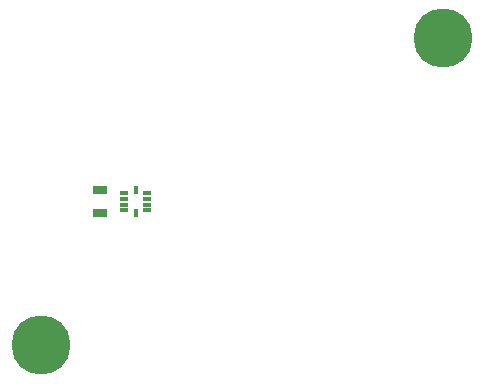
<source format=gbr>
%TF.GenerationSoftware,Altium Limited,Altium Designer,23.11.1 (41)*%
G04 Layer_Color=255*
%FSLAX45Y45*%
%MOMM*%
%TF.SameCoordinates,EE14C10C-1293-43E7-8F5D-FAE76E51A431*%
%TF.FilePolarity,Positive*%
%TF.FileFunction,Pads,Bot*%
%TF.Part,Single*%
G01*
G75*
%TA.AperFunction,SMDPad,CuDef*%
%ADD20R,1.20000X0.75000*%
%TA.AperFunction,ViaPad*%
%ADD25C,5.00000*%
%TA.AperFunction,SMDPad,CuDef*%
%ADD27R,0.30000X0.80000*%
%ADD28R,0.80000X0.30000*%
D20*
X8700000Y9516500D02*
D03*
Y9716500D02*
D03*
D25*
X8200000Y8400000D02*
D03*
X11600000Y11000000D02*
D03*
D27*
X9000000Y9521500D02*
D03*
Y9711500D02*
D03*
D28*
X8905000Y9541500D02*
D03*
Y9591500D02*
D03*
Y9641500D02*
D03*
Y9691500D02*
D03*
X9095000Y9541500D02*
D03*
Y9591500D02*
D03*
Y9641500D02*
D03*
Y9691500D02*
D03*
%TF.MD5,757db51538d7bf32c74aa4133f9a975a*%
M02*

</source>
